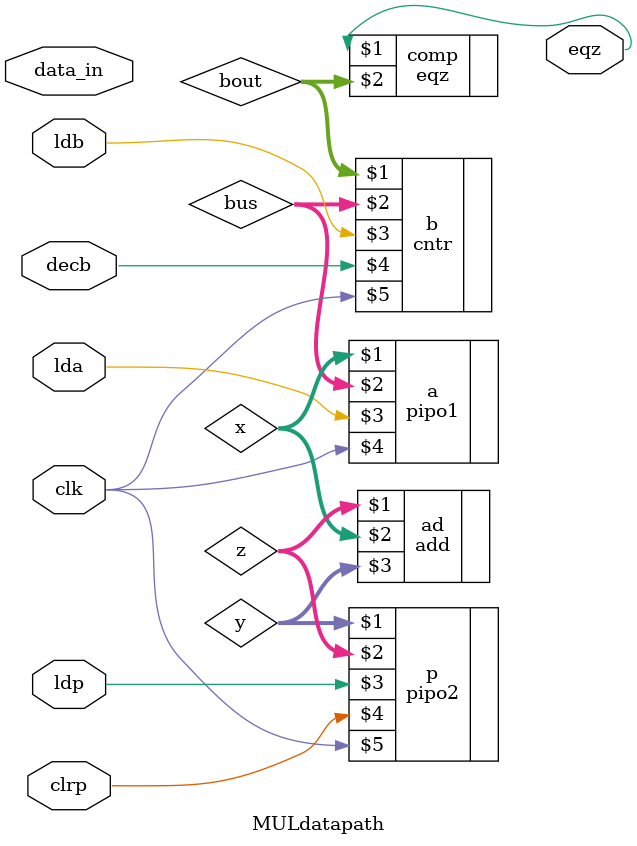
<source format=v>
`timescale 1ns / 1ps
module MULdatapath(eqz,lda,ldb,ldp,clrp,decb,data_in,clk);

input lda,ldb,ldp,clrp,decb,clk;
input [15:0] data_in;
output eqz;
wire [15:0] x,y,z,bout,bus;

pipo1 a (x,bus,lda,clk);
pipo2  p (y,z,ldp,clrp,clk);
cntr b (bout,bus,ldb,decb,clk);
add ad (z,x,y);
eqz comp (eqz,bout);

endmodule
   



</source>
